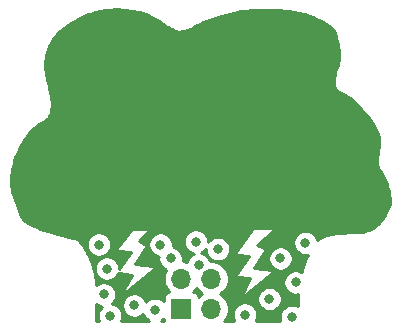
<source format=gtl>
G04 #@! TF.GenerationSoftware,KiCad,Pcbnew,5.1.6-c6e7f7d~87~ubuntu18.04.1*
G04 #@! TF.CreationDate,2020-07-20T19:22:24+02:00*
G04 #@! TF.ProjectId,cloud-demo,636c6f75-642d-4646-956d-6f2e6b696361,rev?*
G04 #@! TF.SameCoordinates,Original*
G04 #@! TF.FileFunction,Copper,L1,Top*
G04 #@! TF.FilePolarity,Positive*
%FSLAX46Y46*%
G04 Gerber Fmt 4.6, Leading zero omitted, Abs format (unit mm)*
G04 Created by KiCad (PCBNEW 5.1.6-c6e7f7d~87~ubuntu18.04.1) date 2020-07-20 19:22:24*
%MOMM*%
%LPD*%
G01*
G04 APERTURE LIST*
G04 #@! TA.AperFunction,ComponentPad*
%ADD10O,1.700000X1.700000*%
G04 #@! TD*
G04 #@! TA.AperFunction,ComponentPad*
%ADD11R,1.700000X1.700000*%
G04 #@! TD*
G04 #@! TA.AperFunction,ViaPad*
%ADD12C,0.800000*%
G04 #@! TD*
G04 #@! TA.AperFunction,NonConductor*
%ADD13C,0.254000*%
G04 #@! TD*
G04 APERTURE END LIST*
D10*
X131970000Y-92210000D03*
X129430000Y-92210000D03*
X131970000Y-94750000D03*
D11*
X129430000Y-94750000D03*
D12*
X139940000Y-89160000D03*
X137830000Y-90490000D03*
X139110000Y-92520000D03*
X134820000Y-95240000D03*
X136900000Y-93920000D03*
X138790000Y-95460000D03*
X130670000Y-89060000D03*
X132530000Y-89700000D03*
X127670000Y-89310000D03*
X122450000Y-89310000D03*
X122880000Y-93530000D03*
X123130000Y-91340000D03*
X125450000Y-94460000D03*
X123410000Y-95350000D03*
X130890000Y-91020000D03*
X127200000Y-94850000D03*
X128530000Y-90490000D03*
D13*
G36*
X122389744Y-94447205D02*
G01*
X122578102Y-94525226D01*
X122739049Y-94557240D01*
X122606063Y-94690226D01*
X122492795Y-94859744D01*
X122414774Y-95048102D01*
X122375000Y-95248061D01*
X122375000Y-95451939D01*
X122414774Y-95651898D01*
X122456186Y-95751874D01*
X122226335Y-95751874D01*
X122216490Y-95580122D01*
X122209685Y-95378501D01*
X122206850Y-95174402D01*
X122207306Y-94967730D01*
X122210350Y-94758476D01*
X122215255Y-94546283D01*
X122221158Y-94334560D01*
X122389744Y-94447205D01*
G37*
X122389744Y-94447205D02*
X122578102Y-94525226D01*
X122739049Y-94557240D01*
X122606063Y-94690226D01*
X122492795Y-94859744D01*
X122414774Y-95048102D01*
X122375000Y-95248061D01*
X122375000Y-95451939D01*
X122414774Y-95651898D01*
X122456186Y-95751874D01*
X122226335Y-95751874D01*
X122216490Y-95580122D01*
X122209685Y-95378501D01*
X122206850Y-95174402D01*
X122207306Y-94967730D01*
X122210350Y-94758476D01*
X122215255Y-94546283D01*
X122221158Y-94334560D01*
X122389744Y-94447205D01*
G36*
X124162743Y-69407816D02*
G01*
X124395157Y-69418570D01*
X124633299Y-69436812D01*
X124877364Y-69462863D01*
X125127439Y-69497033D01*
X125383776Y-69539660D01*
X125646543Y-69591078D01*
X125915892Y-69651621D01*
X126188080Y-69720638D01*
X126430021Y-69791726D01*
X126572235Y-69847250D01*
X126728891Y-69918731D01*
X126891466Y-70002136D01*
X127058315Y-70095745D01*
X127228115Y-70197728D01*
X127399529Y-70306032D01*
X127571730Y-70418759D01*
X127743863Y-70533877D01*
X127914563Y-70648900D01*
X127914674Y-70648960D01*
X127916545Y-70650231D01*
X128083131Y-70761697D01*
X128083528Y-70761910D01*
X128083874Y-70762193D01*
X128092450Y-70767831D01*
X128331371Y-70922500D01*
X128339047Y-70926465D01*
X128345929Y-70931684D01*
X128354709Y-70936997D01*
X128578660Y-71070371D01*
X128596495Y-71078754D01*
X128612956Y-71089572D01*
X128622074Y-71094281D01*
X128829007Y-71199316D01*
X128880497Y-71219403D01*
X128931021Y-71241781D01*
X128947194Y-71245423D01*
X128962644Y-71251450D01*
X129017055Y-71261153D01*
X129070964Y-71273292D01*
X129087540Y-71273723D01*
X129103863Y-71276634D01*
X129159121Y-71275584D01*
X129214362Y-71277021D01*
X129224593Y-71276214D01*
X129449842Y-71256862D01*
X129469532Y-71253209D01*
X129489534Y-71252362D01*
X129499685Y-71250859D01*
X129745140Y-71212752D01*
X129801056Y-71198370D01*
X129857442Y-71186147D01*
X129867190Y-71182937D01*
X130085644Y-71109289D01*
X130150505Y-71080098D01*
X130215389Y-71051026D01*
X130216387Y-71050447D01*
X130216453Y-71050417D01*
X130216519Y-71050370D01*
X130224264Y-71045874D01*
X130407324Y-70937893D01*
X130412218Y-70934320D01*
X130417662Y-70931679D01*
X130426376Y-70926260D01*
X130580631Y-70828838D01*
X130791042Y-70712586D01*
X130984820Y-70619893D01*
X131249043Y-70507341D01*
X131595752Y-70374710D01*
X131798639Y-70302588D01*
X132028868Y-70224441D01*
X132284921Y-70141246D01*
X132568282Y-70052904D01*
X132880433Y-69959314D01*
X133222868Y-69860365D01*
X133591858Y-69757401D01*
X133861688Y-69688672D01*
X134160354Y-69626573D01*
X134493856Y-69570250D01*
X134860232Y-69520896D01*
X135049202Y-69499884D01*
X135246980Y-69480865D01*
X135450153Y-69464304D01*
X135658270Y-69450333D01*
X135870966Y-69439077D01*
X136087540Y-69430674D01*
X136307637Y-69425244D01*
X136530923Y-69422907D01*
X136756615Y-69423783D01*
X136984521Y-69427988D01*
X137214132Y-69435636D01*
X137444829Y-69446832D01*
X137676333Y-69461689D01*
X137908013Y-69480303D01*
X138139522Y-69502780D01*
X138370412Y-69529220D01*
X138600087Y-69559697D01*
X138828160Y-69594309D01*
X139054185Y-69633137D01*
X139277569Y-69676233D01*
X139497999Y-69723692D01*
X139714889Y-69775546D01*
X139927761Y-69831838D01*
X140114164Y-69886191D01*
X140359448Y-69982121D01*
X140609944Y-70084321D01*
X140840128Y-70182699D01*
X141050777Y-70277435D01*
X141242327Y-70368523D01*
X141410708Y-70453627D01*
X141708457Y-70620226D01*
X141937050Y-70769883D01*
X142107750Y-70904160D01*
X142230322Y-71023348D01*
X142317237Y-71130903D01*
X142381680Y-71235179D01*
X142434101Y-71348339D01*
X142480475Y-71482358D01*
X142523830Y-71645399D01*
X142566935Y-71841131D01*
X142613143Y-72066688D01*
X142613191Y-72066845D01*
X142614603Y-72073644D01*
X142667774Y-72321000D01*
X142669468Y-72326299D01*
X142670183Y-72331806D01*
X142672560Y-72341789D01*
X142729504Y-72573720D01*
X142765109Y-72817297D01*
X142782285Y-73052884D01*
X142782767Y-73274428D01*
X142769149Y-73484294D01*
X142743692Y-73684807D01*
X142708437Y-73878038D01*
X142665308Y-74065934D01*
X142616227Y-74250392D01*
X142563102Y-74433771D01*
X142483560Y-74702535D01*
X142482482Y-74708138D01*
X142480423Y-74713447D01*
X142477731Y-74723350D01*
X142411674Y-74973341D01*
X142407690Y-74997935D01*
X142400605Y-75021816D01*
X142398731Y-75031905D01*
X142357312Y-75263852D01*
X142353425Y-75312975D01*
X142346532Y-75361775D01*
X142346167Y-75372031D01*
X142339969Y-75588592D01*
X142344133Y-75648738D01*
X142346413Y-75708963D01*
X142347871Y-75719122D01*
X142368533Y-75856261D01*
X142368591Y-75856493D01*
X142368604Y-75856731D01*
X142386101Y-75925853D01*
X142403644Y-75995344D01*
X142403746Y-75995558D01*
X142403805Y-75995793D01*
X142434537Y-76060499D01*
X142465101Y-76124960D01*
X142465245Y-76125154D01*
X142465346Y-76125367D01*
X142507385Y-76181962D01*
X142550563Y-76240169D01*
X142550743Y-76240332D01*
X142550883Y-76240521D01*
X142603490Y-76288213D01*
X142656776Y-76336584D01*
X142656980Y-76336707D01*
X142657158Y-76336868D01*
X142717787Y-76373290D01*
X142779692Y-76410534D01*
X142779922Y-76410617D01*
X142780122Y-76410737D01*
X142789423Y-76415074D01*
X143081223Y-76548639D01*
X143322473Y-76675157D01*
X143534162Y-76801994D01*
X143720842Y-76929264D01*
X143887191Y-77057536D01*
X144037877Y-77187845D01*
X144177365Y-77321561D01*
X144309783Y-77460133D01*
X144438933Y-77604873D01*
X144568400Y-77756750D01*
X144700736Y-77915149D01*
X144700830Y-77915241D01*
X144702299Y-77917013D01*
X144837835Y-78078154D01*
X144838474Y-78078778D01*
X144838981Y-78079513D01*
X144845660Y-78087305D01*
X144985363Y-78247982D01*
X144989285Y-78251690D01*
X144992467Y-78256031D01*
X144999365Y-78263629D01*
X145146570Y-78423473D01*
X145153523Y-78429681D01*
X145159326Y-78436978D01*
X145166518Y-78444299D01*
X145324556Y-78602940D01*
X145334197Y-78610890D01*
X145342431Y-78620285D01*
X145349965Y-78627254D01*
X145443149Y-78712245D01*
X145528969Y-78854659D01*
X145650328Y-79067040D01*
X145756804Y-79264906D01*
X145849213Y-79448751D01*
X145925676Y-79613219D01*
X146049954Y-79920519D01*
X146130272Y-80174880D01*
X146177081Y-80387953D01*
X146198608Y-80568600D01*
X146201701Y-80728389D01*
X146190716Y-80880447D01*
X146168021Y-81035476D01*
X146114345Y-81305569D01*
X146114328Y-81305744D01*
X146113520Y-81309784D01*
X146057697Y-81599529D01*
X146056145Y-81616247D01*
X146052113Y-81632544D01*
X146050703Y-81642709D01*
X146024063Y-81845203D01*
X146023280Y-81868874D01*
X146019409Y-81892230D01*
X146018798Y-81902474D01*
X146007440Y-82118452D01*
X146008774Y-82147935D01*
X146006707Y-82177372D01*
X146007062Y-82187628D01*
X146016831Y-82422248D01*
X146019908Y-82444186D01*
X146019997Y-82466334D01*
X146021111Y-82476535D01*
X146035747Y-82602448D01*
X146039983Y-82621988D01*
X146041426Y-82641930D01*
X146055147Y-82691947D01*
X146066135Y-82742639D01*
X146074086Y-82760987D01*
X146079375Y-82780266D01*
X146102546Y-82826659D01*
X146123174Y-82874259D01*
X146134538Y-82890713D01*
X146143470Y-82908597D01*
X146148990Y-82917249D01*
X146273578Y-83109537D01*
X146384260Y-83293051D01*
X146487186Y-83477383D01*
X146582274Y-83662493D01*
X146669532Y-83848516D01*
X146748904Y-84035464D01*
X146820375Y-84223456D01*
X146883915Y-84412598D01*
X146939480Y-84602983D01*
X146987048Y-84794822D01*
X147026555Y-84988248D01*
X147057937Y-85183459D01*
X147081105Y-85380672D01*
X147095951Y-85580095D01*
X147102342Y-85781932D01*
X147101458Y-85863421D01*
X147080227Y-85916057D01*
X146935417Y-86249139D01*
X146792525Y-86544633D01*
X146650455Y-86806797D01*
X146509303Y-87037451D01*
X146369209Y-87238592D01*
X146230105Y-87412672D01*
X146091642Y-87562469D01*
X145952930Y-87691115D01*
X145812469Y-87801828D01*
X145668165Y-87897645D01*
X145517483Y-87981174D01*
X145357774Y-88054424D01*
X145186612Y-88118811D01*
X145002033Y-88175307D01*
X144798841Y-88225588D01*
X144749921Y-88235875D01*
X144568729Y-88243430D01*
X144321491Y-88252612D01*
X144321487Y-88252613D01*
X144069970Y-88261770D01*
X144069853Y-88261786D01*
X144067808Y-88261852D01*
X143814359Y-88271827D01*
X143814181Y-88271852D01*
X143809503Y-88272034D01*
X143556464Y-88283669D01*
X143556322Y-88283690D01*
X143548797Y-88284061D01*
X143297968Y-88298221D01*
X143297742Y-88298256D01*
X143297520Y-88298247D01*
X143287279Y-88298903D01*
X143040463Y-88316448D01*
X143038545Y-88316775D01*
X143036606Y-88316733D01*
X143026380Y-88317585D01*
X142785378Y-88339380D01*
X142781524Y-88340113D01*
X142777603Y-88340125D01*
X142767400Y-88341229D01*
X142534016Y-88368135D01*
X142527870Y-88369461D01*
X142521597Y-88369675D01*
X142511434Y-88371094D01*
X142287470Y-88403974D01*
X142278577Y-88406183D01*
X142269445Y-88406850D01*
X142259344Y-88408662D01*
X142046600Y-88448379D01*
X142034355Y-88451931D01*
X142021705Y-88453474D01*
X142011704Y-88455774D01*
X141811985Y-88503192D01*
X141789400Y-88510949D01*
X141766003Y-88515697D01*
X141756214Y-88518777D01*
X141484996Y-88606227D01*
X141445905Y-88623201D01*
X141405594Y-88637013D01*
X141396287Y-88641336D01*
X141164509Y-88750963D01*
X141122083Y-88776368D01*
X141078193Y-88799143D01*
X141069628Y-88804796D01*
X140941677Y-88890533D01*
X140935226Y-88858102D01*
X140857205Y-88669744D01*
X140743937Y-88500226D01*
X140599774Y-88356063D01*
X140430256Y-88242795D01*
X140241898Y-88164774D01*
X140041939Y-88125000D01*
X139838061Y-88125000D01*
X139638102Y-88164774D01*
X139449744Y-88242795D01*
X139280226Y-88356063D01*
X139136063Y-88500226D01*
X139022795Y-88669744D01*
X138944774Y-88858102D01*
X138905000Y-89058061D01*
X138905000Y-89261939D01*
X138944774Y-89461898D01*
X139022795Y-89650256D01*
X139136063Y-89819774D01*
X139280226Y-89963937D01*
X139449744Y-90077205D01*
X139638102Y-90155226D01*
X139838061Y-90195000D01*
X140041939Y-90195000D01*
X140142631Y-90174971D01*
X140136360Y-90187903D01*
X140133919Y-90194511D01*
X140130355Y-90200592D01*
X140126119Y-90209939D01*
X140019424Y-90449845D01*
X140017179Y-90456602D01*
X140013790Y-90462852D01*
X140009867Y-90472335D01*
X139914279Y-90708076D01*
X139912267Y-90714880D01*
X139909096Y-90721221D01*
X139905490Y-90730828D01*
X139820331Y-90962657D01*
X139818578Y-90969401D01*
X139815670Y-90975727D01*
X139812381Y-90985448D01*
X139736971Y-91213622D01*
X139735493Y-91220185D01*
X139732884Y-91226379D01*
X139729910Y-91236201D01*
X139663567Y-91460974D01*
X139662367Y-91467237D01*
X139660078Y-91473184D01*
X139657413Y-91483094D01*
X139622266Y-91617502D01*
X139600256Y-91602795D01*
X139411898Y-91524774D01*
X139211939Y-91485000D01*
X139008061Y-91485000D01*
X138808102Y-91524774D01*
X138619744Y-91602795D01*
X138450226Y-91716063D01*
X138306063Y-91860226D01*
X138192795Y-92029744D01*
X138114774Y-92218102D01*
X138075000Y-92418061D01*
X138075000Y-92621939D01*
X138114774Y-92821898D01*
X138192795Y-93010256D01*
X138306063Y-93179774D01*
X138450226Y-93323937D01*
X138619744Y-93437205D01*
X138808102Y-93515226D01*
X139008061Y-93555000D01*
X139211939Y-93555000D01*
X139334014Y-93530718D01*
X139333763Y-93534260D01*
X139320697Y-93739055D01*
X139320704Y-93739247D01*
X139320365Y-93744598D01*
X139308885Y-93948798D01*
X139308891Y-93948953D01*
X139308713Y-93951985D01*
X139298140Y-94155845D01*
X139298142Y-94155886D01*
X139298098Y-94156645D01*
X139287815Y-94359197D01*
X139278139Y-94541918D01*
X139091898Y-94464774D01*
X138891939Y-94425000D01*
X138688061Y-94425000D01*
X138488102Y-94464774D01*
X138299744Y-94542795D01*
X138130226Y-94656063D01*
X137986063Y-94800226D01*
X137872795Y-94969744D01*
X137794774Y-95158102D01*
X137755000Y-95358061D01*
X137755000Y-95561939D01*
X137792780Y-95751874D01*
X135722760Y-95751874D01*
X135737205Y-95730256D01*
X135815226Y-95541898D01*
X135855000Y-95341939D01*
X135855000Y-95138061D01*
X135815226Y-94938102D01*
X135737205Y-94749744D01*
X135623937Y-94580226D01*
X135479774Y-94436063D01*
X135310256Y-94322795D01*
X135121898Y-94244774D01*
X134921939Y-94205000D01*
X134718061Y-94205000D01*
X134518102Y-94244774D01*
X134329744Y-94322795D01*
X134160226Y-94436063D01*
X134016063Y-94580226D01*
X133902795Y-94749744D01*
X133824774Y-94938102D01*
X133785000Y-95138061D01*
X133785000Y-95341939D01*
X133824774Y-95541898D01*
X133902795Y-95730256D01*
X133917240Y-95751874D01*
X133068233Y-95751874D01*
X133123475Y-95696632D01*
X133285990Y-95453411D01*
X133397932Y-95183158D01*
X133455000Y-94896260D01*
X133455000Y-94603740D01*
X133397932Y-94316842D01*
X133285990Y-94046589D01*
X133133293Y-93818061D01*
X135865000Y-93818061D01*
X135865000Y-94021939D01*
X135904774Y-94221898D01*
X135982795Y-94410256D01*
X136096063Y-94579774D01*
X136240226Y-94723937D01*
X136409744Y-94837205D01*
X136598102Y-94915226D01*
X136798061Y-94955000D01*
X137001939Y-94955000D01*
X137201898Y-94915226D01*
X137390256Y-94837205D01*
X137559774Y-94723937D01*
X137703937Y-94579774D01*
X137817205Y-94410256D01*
X137895226Y-94221898D01*
X137935000Y-94021939D01*
X137935000Y-93818061D01*
X137895226Y-93618102D01*
X137817205Y-93429744D01*
X137703937Y-93260226D01*
X137559774Y-93116063D01*
X137390256Y-93002795D01*
X137201898Y-92924774D01*
X137001939Y-92885000D01*
X136798061Y-92885000D01*
X136598102Y-92924774D01*
X136409744Y-93002795D01*
X136240226Y-93116063D01*
X136096063Y-93260226D01*
X135982795Y-93429744D01*
X135904774Y-93618102D01*
X135865000Y-93818061D01*
X133133293Y-93818061D01*
X133123475Y-93803368D01*
X132916632Y-93596525D01*
X132742240Y-93480000D01*
X132916632Y-93363475D01*
X133123475Y-93156632D01*
X133285990Y-92913411D01*
X133397932Y-92643158D01*
X133455000Y-92356260D01*
X133455000Y-92063740D01*
X133397932Y-91776842D01*
X133285990Y-91506589D01*
X133123475Y-91263368D01*
X132916632Y-91056525D01*
X132673411Y-90894010D01*
X132403158Y-90782068D01*
X132116260Y-90725000D01*
X131886598Y-90725000D01*
X131885226Y-90718102D01*
X131807205Y-90529744D01*
X131693937Y-90360226D01*
X131549774Y-90216063D01*
X131380256Y-90102795D01*
X131191898Y-90024774D01*
X131092937Y-90005090D01*
X131160256Y-89977205D01*
X131329774Y-89863937D01*
X131473937Y-89719774D01*
X131495000Y-89688251D01*
X131495000Y-89801939D01*
X131534774Y-90001898D01*
X131612795Y-90190256D01*
X131726063Y-90359774D01*
X131870226Y-90503937D01*
X132039744Y-90617205D01*
X132228102Y-90695226D01*
X132428061Y-90735000D01*
X132631939Y-90735000D01*
X132831898Y-90695226D01*
X133020256Y-90617205D01*
X133189774Y-90503937D01*
X133333937Y-90359774D01*
X133447205Y-90190256D01*
X133513076Y-90031229D01*
X134003303Y-90031229D01*
X134004027Y-90056115D01*
X134009591Y-90080381D01*
X134019782Y-90103096D01*
X134034210Y-90123386D01*
X134052318Y-90140471D01*
X134073412Y-90153696D01*
X134096680Y-90162551D01*
X134121229Y-90166697D01*
X135199762Y-90241365D01*
X134085229Y-91868223D01*
X134078086Y-91879965D01*
X134068524Y-91902952D01*
X134063630Y-91927363D01*
X134063593Y-91952259D01*
X134068414Y-91976685D01*
X134077907Y-91999700D01*
X134091707Y-92020421D01*
X134109285Y-92038052D01*
X134129965Y-92051914D01*
X134152952Y-92061476D01*
X134177363Y-92066370D01*
X135290079Y-92177642D01*
X134637546Y-93420982D01*
X134628602Y-93442695D01*
X134623657Y-93467096D01*
X134623567Y-93491992D01*
X134628336Y-93516427D01*
X134637781Y-93539463D01*
X134651537Y-93560213D01*
X134669078Y-93577881D01*
X134689729Y-93591787D01*
X134712695Y-93601398D01*
X134737096Y-93606343D01*
X134761992Y-93606433D01*
X134786427Y-93601664D01*
X134809463Y-93592219D01*
X134830213Y-93578463D01*
X137150213Y-91688463D01*
X137166629Y-91672412D01*
X137180850Y-91651977D01*
X137190812Y-91629160D01*
X137196130Y-91604839D01*
X137196601Y-91579947D01*
X137192208Y-91555441D01*
X137183117Y-91532264D01*
X137169680Y-91511305D01*
X137152412Y-91493371D01*
X137131977Y-91479150D01*
X137109160Y-91469188D01*
X137084839Y-91463870D01*
X135584437Y-91287352D01*
X136149235Y-90388061D01*
X136795000Y-90388061D01*
X136795000Y-90591939D01*
X136834774Y-90791898D01*
X136912795Y-90980256D01*
X137026063Y-91149774D01*
X137170226Y-91293937D01*
X137339744Y-91407205D01*
X137528102Y-91485226D01*
X137728061Y-91525000D01*
X137931939Y-91525000D01*
X138131898Y-91485226D01*
X138320256Y-91407205D01*
X138489774Y-91293937D01*
X138633937Y-91149774D01*
X138747205Y-90980256D01*
X138825226Y-90791898D01*
X138865000Y-90591939D01*
X138865000Y-90388061D01*
X138825226Y-90188102D01*
X138747205Y-89999744D01*
X138633937Y-89830226D01*
X138489774Y-89686063D01*
X138320256Y-89572795D01*
X138131898Y-89494774D01*
X137931939Y-89455000D01*
X137728061Y-89455000D01*
X137528102Y-89494774D01*
X137339744Y-89572795D01*
X137170226Y-89686063D01*
X137026063Y-89830226D01*
X136912795Y-89999744D01*
X136834774Y-90188102D01*
X136795000Y-90388061D01*
X136149235Y-90388061D01*
X136507548Y-89817545D01*
X136516420Y-89800747D01*
X136524084Y-89777060D01*
X136526979Y-89752332D01*
X136524994Y-89727515D01*
X136518205Y-89703562D01*
X136506875Y-89681394D01*
X136491437Y-89661862D01*
X136472485Y-89645717D01*
X136450747Y-89633580D01*
X135849623Y-89371551D01*
X137175903Y-88153539D01*
X137193916Y-88133010D01*
X137206163Y-88111334D01*
X137213946Y-88087685D01*
X137216965Y-88062972D01*
X137215106Y-88038146D01*
X137208438Y-88014159D01*
X137197219Y-87991933D01*
X137181880Y-87972324D01*
X137163010Y-87956084D01*
X137141334Y-87943837D01*
X137117685Y-87936054D01*
X137092972Y-87933035D01*
X135597972Y-87898035D01*
X135575174Y-87899557D01*
X135551082Y-87905835D01*
X135528678Y-87916693D01*
X135508823Y-87931713D01*
X135492279Y-87950317D01*
X134027279Y-89965317D01*
X134016304Y-89983412D01*
X134007449Y-90006680D01*
X134003303Y-90031229D01*
X133513076Y-90031229D01*
X133525226Y-90001898D01*
X133565000Y-89801939D01*
X133565000Y-89598061D01*
X133525226Y-89398102D01*
X133447205Y-89209744D01*
X133333937Y-89040226D01*
X133189774Y-88896063D01*
X133020256Y-88782795D01*
X132831898Y-88704774D01*
X132631939Y-88665000D01*
X132428061Y-88665000D01*
X132228102Y-88704774D01*
X132039744Y-88782795D01*
X131870226Y-88896063D01*
X131726063Y-89040226D01*
X131705000Y-89071749D01*
X131705000Y-88958061D01*
X131665226Y-88758102D01*
X131587205Y-88569744D01*
X131473937Y-88400226D01*
X131329774Y-88256063D01*
X131160256Y-88142795D01*
X130971898Y-88064774D01*
X130771939Y-88025000D01*
X130568061Y-88025000D01*
X130368102Y-88064774D01*
X130179744Y-88142795D01*
X130010226Y-88256063D01*
X129866063Y-88400226D01*
X129752795Y-88569744D01*
X129674774Y-88758102D01*
X129635000Y-88958061D01*
X129635000Y-89161939D01*
X129674774Y-89361898D01*
X129752795Y-89550256D01*
X129866063Y-89719774D01*
X130010226Y-89863937D01*
X130179744Y-89977205D01*
X130368102Y-90055226D01*
X130467063Y-90074910D01*
X130399744Y-90102795D01*
X130230226Y-90216063D01*
X130086063Y-90360226D01*
X129972795Y-90529744D01*
X129894774Y-90718102D01*
X129880612Y-90789298D01*
X129863158Y-90782068D01*
X129576260Y-90725000D01*
X129538533Y-90725000D01*
X129565000Y-90591939D01*
X129565000Y-90388061D01*
X129525226Y-90188102D01*
X129447205Y-89999744D01*
X129333937Y-89830226D01*
X129189774Y-89686063D01*
X129020256Y-89572795D01*
X128831898Y-89494774D01*
X128693980Y-89467341D01*
X128705000Y-89411939D01*
X128705000Y-89208061D01*
X128665226Y-89008102D01*
X128587205Y-88819744D01*
X128473937Y-88650226D01*
X128329774Y-88506063D01*
X128160256Y-88392795D01*
X127971898Y-88314774D01*
X127771939Y-88275000D01*
X127568061Y-88275000D01*
X127368102Y-88314774D01*
X127179744Y-88392795D01*
X127010226Y-88506063D01*
X126866063Y-88650226D01*
X126752795Y-88819744D01*
X126674774Y-89008102D01*
X126635000Y-89208061D01*
X126635000Y-89411939D01*
X126674774Y-89611898D01*
X126752795Y-89800256D01*
X126866063Y-89969774D01*
X127010226Y-90113937D01*
X127179744Y-90227205D01*
X127368102Y-90305226D01*
X127506020Y-90332659D01*
X127495000Y-90388061D01*
X127495000Y-90591939D01*
X127534774Y-90791898D01*
X127612795Y-90980256D01*
X127726063Y-91149774D01*
X127870226Y-91293937D01*
X128039744Y-91407205D01*
X128149922Y-91452843D01*
X128114010Y-91506589D01*
X128002068Y-91776842D01*
X127945000Y-92063740D01*
X127945000Y-92356260D01*
X128002068Y-92643158D01*
X128114010Y-92913411D01*
X128276525Y-93156632D01*
X128408380Y-93288487D01*
X128335820Y-93310498D01*
X128225506Y-93369463D01*
X128128815Y-93448815D01*
X128049463Y-93545506D01*
X127990498Y-93655820D01*
X127954188Y-93775518D01*
X127941928Y-93900000D01*
X127941928Y-94128217D01*
X127859774Y-94046063D01*
X127690256Y-93932795D01*
X127501898Y-93854774D01*
X127301939Y-93815000D01*
X127098061Y-93815000D01*
X126898102Y-93854774D01*
X126709744Y-93932795D01*
X126540226Y-94046063D01*
X126440235Y-94146054D01*
X126367205Y-93969744D01*
X126253937Y-93800226D01*
X126109774Y-93656063D01*
X125940256Y-93542795D01*
X125751898Y-93464774D01*
X125551939Y-93425000D01*
X125348061Y-93425000D01*
X125148102Y-93464774D01*
X124959744Y-93542795D01*
X124790226Y-93656063D01*
X124646063Y-93800226D01*
X124532795Y-93969744D01*
X124454774Y-94158102D01*
X124415000Y-94358061D01*
X124415000Y-94561939D01*
X124454774Y-94761898D01*
X124532795Y-94950256D01*
X124646063Y-95119774D01*
X124790226Y-95263937D01*
X124959744Y-95377205D01*
X125148102Y-95455226D01*
X125348061Y-95495000D01*
X125551939Y-95495000D01*
X125751898Y-95455226D01*
X125940256Y-95377205D01*
X126109774Y-95263937D01*
X126209765Y-95163946D01*
X126282795Y-95340256D01*
X126396063Y-95509774D01*
X126540226Y-95653937D01*
X126686799Y-95751874D01*
X124363814Y-95751874D01*
X124405226Y-95651898D01*
X124445000Y-95451939D01*
X124445000Y-95248061D01*
X124405226Y-95048102D01*
X124327205Y-94859744D01*
X124213937Y-94690226D01*
X124069774Y-94546063D01*
X123900256Y-94432795D01*
X123711898Y-94354774D01*
X123550951Y-94322760D01*
X123683937Y-94189774D01*
X123797205Y-94020256D01*
X123875226Y-93831898D01*
X123915000Y-93631939D01*
X123915000Y-93428061D01*
X123875226Y-93228102D01*
X123797205Y-93039744D01*
X123683937Y-92870226D01*
X123539774Y-92726063D01*
X123370256Y-92612795D01*
X123181898Y-92534774D01*
X122981939Y-92495000D01*
X122778061Y-92495000D01*
X122578102Y-92534774D01*
X122389744Y-92612795D01*
X122220958Y-92725574D01*
X122206648Y-92521500D01*
X122205731Y-92516082D01*
X122205801Y-92510600D01*
X122204860Y-92500381D01*
X122183212Y-92282085D01*
X122181893Y-92275462D01*
X122181762Y-92268710D01*
X122180492Y-92258527D01*
X122151656Y-92039853D01*
X122149853Y-92032112D01*
X122149417Y-92024181D01*
X122147786Y-92014049D01*
X122110940Y-91794953D01*
X122108574Y-91786213D01*
X122107730Y-91777203D01*
X122105710Y-91767141D01*
X122060032Y-91547582D01*
X122057035Y-91537990D01*
X122055687Y-91528038D01*
X122053255Y-91518068D01*
X121997924Y-91297999D01*
X121994242Y-91287724D01*
X121992308Y-91276983D01*
X121989443Y-91267128D01*
X121980773Y-91238061D01*
X122095000Y-91238061D01*
X122095000Y-91441939D01*
X122134774Y-91641898D01*
X122212795Y-91830256D01*
X122326063Y-91999774D01*
X122470226Y-92143937D01*
X122639744Y-92257205D01*
X122828102Y-92335226D01*
X123028061Y-92375000D01*
X123231939Y-92375000D01*
X123431898Y-92335226D01*
X123620256Y-92257205D01*
X123789774Y-92143937D01*
X123933937Y-91999774D01*
X124047205Y-91830256D01*
X124090553Y-91725605D01*
X124099965Y-91731914D01*
X124122952Y-91741476D01*
X124147363Y-91746370D01*
X125260079Y-91857642D01*
X124607546Y-93100982D01*
X124598602Y-93122695D01*
X124593657Y-93147096D01*
X124593567Y-93171992D01*
X124598336Y-93196427D01*
X124607781Y-93219463D01*
X124621537Y-93240213D01*
X124639078Y-93257881D01*
X124659729Y-93271787D01*
X124682695Y-93281398D01*
X124707096Y-93286343D01*
X124731992Y-93286433D01*
X124756427Y-93281664D01*
X124779463Y-93272219D01*
X124800213Y-93258463D01*
X127120213Y-91368463D01*
X127136629Y-91352412D01*
X127150850Y-91331977D01*
X127160812Y-91309160D01*
X127166130Y-91284839D01*
X127166601Y-91259947D01*
X127162208Y-91235441D01*
X127153117Y-91212264D01*
X127139680Y-91191305D01*
X127122412Y-91173371D01*
X127101977Y-91159150D01*
X127079160Y-91149188D01*
X127054839Y-91143870D01*
X125554437Y-90967352D01*
X126477548Y-89497545D01*
X126486420Y-89480747D01*
X126494084Y-89457060D01*
X126496979Y-89432332D01*
X126494994Y-89407515D01*
X126488205Y-89383562D01*
X126476875Y-89361394D01*
X126461437Y-89341862D01*
X126442485Y-89325717D01*
X126420747Y-89313580D01*
X125810656Y-89047643D01*
X126680248Y-88169355D01*
X126697259Y-88148004D01*
X126708465Y-88125772D01*
X126715118Y-88101781D01*
X126716963Y-88076953D01*
X126713929Y-88052242D01*
X126706133Y-88028598D01*
X126693873Y-88006929D01*
X126677622Y-87988069D01*
X126658004Y-87972741D01*
X126635772Y-87961535D01*
X126611781Y-87954882D01*
X126586953Y-87953037D01*
X125336953Y-87983037D01*
X125323649Y-87984057D01*
X125299393Y-87989667D01*
X125276698Y-87999901D01*
X125256435Y-88014366D01*
X125239383Y-88032506D01*
X123999383Y-89642506D01*
X123986304Y-89663412D01*
X123977449Y-89686680D01*
X123973303Y-89711229D01*
X123974027Y-89736115D01*
X123979591Y-89760381D01*
X123989782Y-89783096D01*
X124004210Y-89803386D01*
X124022318Y-89820471D01*
X124043412Y-89833696D01*
X124066680Y-89842551D01*
X124091229Y-89846697D01*
X125169762Y-89921365D01*
X124165000Y-91387993D01*
X124165000Y-91238061D01*
X124125226Y-91038102D01*
X124047205Y-90849744D01*
X123933937Y-90680226D01*
X123789774Y-90536063D01*
X123620256Y-90422795D01*
X123431898Y-90344774D01*
X123231939Y-90305000D01*
X123028061Y-90305000D01*
X122828102Y-90344774D01*
X122639744Y-90422795D01*
X122470226Y-90536063D01*
X122326063Y-90680226D01*
X122212795Y-90849744D01*
X122134774Y-91038102D01*
X122095000Y-91238061D01*
X121980773Y-91238061D01*
X121923636Y-91046509D01*
X121919239Y-91035740D01*
X121916659Y-91024398D01*
X121913350Y-91014684D01*
X121836244Y-90793469D01*
X121831130Y-90782409D01*
X121827874Y-90770677D01*
X121824112Y-90761129D01*
X121734887Y-90539277D01*
X121729086Y-90528138D01*
X121725153Y-90516218D01*
X121720937Y-90506861D01*
X121618769Y-90284327D01*
X121612344Y-90273314D01*
X121607767Y-90261417D01*
X121603101Y-90252277D01*
X121487169Y-90029019D01*
X121480210Y-90018320D01*
X121475054Y-90006644D01*
X121469950Y-89997741D01*
X121339433Y-89773715D01*
X121332048Y-89763485D01*
X121326407Y-89752213D01*
X121320881Y-89743566D01*
X121174954Y-89518729D01*
X121167279Y-89509110D01*
X121161261Y-89498384D01*
X121155331Y-89490008D01*
X120993174Y-89264316D01*
X120985343Y-89255401D01*
X120979065Y-89245331D01*
X120972756Y-89237238D01*
X120949680Y-89208061D01*
X121415000Y-89208061D01*
X121415000Y-89411939D01*
X121454774Y-89611898D01*
X121532795Y-89800256D01*
X121646063Y-89969774D01*
X121790226Y-90113937D01*
X121959744Y-90227205D01*
X122148102Y-90305226D01*
X122348061Y-90345000D01*
X122551939Y-90345000D01*
X122751898Y-90305226D01*
X122940256Y-90227205D01*
X123109774Y-90113937D01*
X123253937Y-89969774D01*
X123367205Y-89800256D01*
X123445226Y-89611898D01*
X123485000Y-89411939D01*
X123485000Y-89208061D01*
X123445226Y-89008102D01*
X123367205Y-88819744D01*
X123253937Y-88650226D01*
X123109774Y-88506063D01*
X122940256Y-88392795D01*
X122751898Y-88314774D01*
X122551939Y-88275000D01*
X122348061Y-88275000D01*
X122148102Y-88314774D01*
X121959744Y-88392795D01*
X121790226Y-88506063D01*
X121646063Y-88650226D01*
X121532795Y-88819744D01*
X121454774Y-89008102D01*
X121415000Y-89208061D01*
X120949680Y-89208061D01*
X120793546Y-89010650D01*
X120773306Y-88989648D01*
X120755635Y-88966436D01*
X120723647Y-88938118D01*
X120694006Y-88907360D01*
X120670071Y-88890688D01*
X120648228Y-88871351D01*
X120611350Y-88849786D01*
X120576299Y-88825371D01*
X120549582Y-88813666D01*
X120524400Y-88798940D01*
X120484037Y-88784949D01*
X120444909Y-88767806D01*
X120416425Y-88761512D01*
X120388864Y-88751959D01*
X120378870Y-88749630D01*
X119842185Y-88628507D01*
X119351787Y-88511103D01*
X118902090Y-88396363D01*
X118491554Y-88284173D01*
X118118639Y-88174444D01*
X117781784Y-88067121D01*
X117479617Y-87962264D01*
X117210579Y-87859939D01*
X116973256Y-87760357D01*
X116766095Y-87663794D01*
X116587431Y-87570616D01*
X116445158Y-87486980D01*
X116204245Y-87315257D01*
X116046604Y-87165913D01*
X115937563Y-87024963D01*
X115853211Y-86874285D01*
X115778621Y-86693790D01*
X115704970Y-86470586D01*
X115625348Y-86208564D01*
X115624288Y-86206004D01*
X115623726Y-86203300D01*
X115620601Y-86193525D01*
X115527033Y-85907796D01*
X115520536Y-85893017D01*
X115516348Y-85877434D01*
X115512664Y-85867855D01*
X115393632Y-85564767D01*
X115382112Y-85542198D01*
X115373537Y-85518360D01*
X115369073Y-85509119D01*
X115234506Y-85235456D01*
X115173432Y-85044364D01*
X115116476Y-84818850D01*
X115072744Y-84588603D01*
X115041988Y-84354028D01*
X115023976Y-84115672D01*
X115018465Y-83874046D01*
X115025202Y-83629781D01*
X115043904Y-83383612D01*
X115074269Y-83136164D01*
X115115955Y-82888237D01*
X115168594Y-82640569D01*
X115231793Y-82393917D01*
X115305134Y-82149037D01*
X115388154Y-81906751D01*
X115480378Y-81667831D01*
X115581320Y-81433023D01*
X115690448Y-81203130D01*
X115807208Y-80978937D01*
X115931058Y-80761171D01*
X116061384Y-80550630D01*
X116197604Y-80348023D01*
X116339027Y-80154166D01*
X116485000Y-79969766D01*
X116634801Y-79795564D01*
X116787688Y-79632258D01*
X116942867Y-79480533D01*
X117099511Y-79341027D01*
X117256699Y-79214366D01*
X117413531Y-79101053D01*
X117568985Y-79001557D01*
X117722053Y-78916193D01*
X117895248Y-78833961D01*
X117943625Y-78804895D01*
X117993178Y-78777873D01*
X118005008Y-78768015D01*
X118018208Y-78760084D01*
X118060025Y-78722169D01*
X118103378Y-78686042D01*
X118113067Y-78674076D01*
X118124477Y-78663730D01*
X118158136Y-78618411D01*
X118193644Y-78574556D01*
X118200823Y-78560938D01*
X118210007Y-78548572D01*
X118234225Y-78497573D01*
X118260536Y-78447660D01*
X118264347Y-78438132D01*
X118384745Y-78130843D01*
X118390019Y-78112200D01*
X118397890Y-78094507D01*
X118409500Y-78043334D01*
X118423792Y-77992813D01*
X118425344Y-77973500D01*
X118429629Y-77954615D01*
X118430842Y-77944425D01*
X118469498Y-77598877D01*
X118470325Y-77538322D01*
X118473002Y-77477852D01*
X118472382Y-77467608D01*
X118446617Y-77086333D01*
X118442200Y-77059842D01*
X118441055Y-77033024D01*
X118439548Y-77022873D01*
X118407921Y-76819630D01*
X118405670Y-76810892D01*
X118404939Y-76801897D01*
X118403043Y-76791812D01*
X118361806Y-76580586D01*
X118360529Y-76576315D01*
X118360053Y-76571889D01*
X118357896Y-76561856D01*
X118309215Y-76342965D01*
X118309061Y-76342495D01*
X118309001Y-76342007D01*
X118306690Y-76332008D01*
X118252730Y-76105769D01*
X118252672Y-76105599D01*
X118251726Y-76101614D01*
X118194909Y-75869389D01*
X118138026Y-75634116D01*
X118083578Y-75397960D01*
X118033456Y-75161093D01*
X117989420Y-74923582D01*
X117953191Y-74685743D01*
X117926383Y-74447818D01*
X117910527Y-74210015D01*
X117907077Y-73972394D01*
X117917455Y-73734901D01*
X117943104Y-73497144D01*
X117985570Y-73258596D01*
X118046596Y-73018447D01*
X118128206Y-72775717D01*
X118232722Y-72529459D01*
X118362806Y-72278734D01*
X118521326Y-72022898D01*
X118711339Y-71761515D01*
X118935909Y-71494518D01*
X119198045Y-71222103D01*
X119500647Y-70944694D01*
X119820529Y-70684005D01*
X120087606Y-70524158D01*
X120400324Y-70348758D01*
X120721121Y-70182736D01*
X121054795Y-70026133D01*
X121219986Y-69954975D01*
X121391228Y-69885825D01*
X121565309Y-69820348D01*
X121742346Y-69758774D01*
X121922482Y-69701330D01*
X122105902Y-69648227D01*
X122292782Y-69599687D01*
X122483323Y-69555933D01*
X122677675Y-69517207D01*
X122876054Y-69483742D01*
X123078707Y-69455778D01*
X123285742Y-69433582D01*
X123497504Y-69417405D01*
X123714074Y-69407529D01*
X123935746Y-69404235D01*
X124162743Y-69407816D01*
G37*
X124162743Y-69407816D02*
X124395157Y-69418570D01*
X124633299Y-69436812D01*
X124877364Y-69462863D01*
X125127439Y-69497033D01*
X125383776Y-69539660D01*
X125646543Y-69591078D01*
X125915892Y-69651621D01*
X126188080Y-69720638D01*
X126430021Y-69791726D01*
X126572235Y-69847250D01*
X126728891Y-69918731D01*
X126891466Y-70002136D01*
X127058315Y-70095745D01*
X127228115Y-70197728D01*
X127399529Y-70306032D01*
X127571730Y-70418759D01*
X127743863Y-70533877D01*
X127914563Y-70648900D01*
X127914674Y-70648960D01*
X127916545Y-70650231D01*
X128083131Y-70761697D01*
X128083528Y-70761910D01*
X128083874Y-70762193D01*
X128092450Y-70767831D01*
X128331371Y-70922500D01*
X128339047Y-70926465D01*
X128345929Y-70931684D01*
X128354709Y-70936997D01*
X128578660Y-71070371D01*
X128596495Y-71078754D01*
X128612956Y-71089572D01*
X128622074Y-71094281D01*
X128829007Y-71199316D01*
X128880497Y-71219403D01*
X128931021Y-71241781D01*
X128947194Y-71245423D01*
X128962644Y-71251450D01*
X129017055Y-71261153D01*
X129070964Y-71273292D01*
X129087540Y-71273723D01*
X129103863Y-71276634D01*
X129159121Y-71275584D01*
X129214362Y-71277021D01*
X129224593Y-71276214D01*
X129449842Y-71256862D01*
X129469532Y-71253209D01*
X129489534Y-71252362D01*
X129499685Y-71250859D01*
X129745140Y-71212752D01*
X129801056Y-71198370D01*
X129857442Y-71186147D01*
X129867190Y-71182937D01*
X130085644Y-71109289D01*
X130150505Y-71080098D01*
X130215389Y-71051026D01*
X130216387Y-71050447D01*
X130216453Y-71050417D01*
X130216519Y-71050370D01*
X130224264Y-71045874D01*
X130407324Y-70937893D01*
X130412218Y-70934320D01*
X130417662Y-70931679D01*
X130426376Y-70926260D01*
X130580631Y-70828838D01*
X130791042Y-70712586D01*
X130984820Y-70619893D01*
X131249043Y-70507341D01*
X131595752Y-70374710D01*
X131798639Y-70302588D01*
X132028868Y-70224441D01*
X132284921Y-70141246D01*
X132568282Y-70052904D01*
X132880433Y-69959314D01*
X133222868Y-69860365D01*
X133591858Y-69757401D01*
X133861688Y-69688672D01*
X134160354Y-69626573D01*
X134493856Y-69570250D01*
X134860232Y-69520896D01*
X135049202Y-69499884D01*
X135246980Y-69480865D01*
X135450153Y-69464304D01*
X135658270Y-69450333D01*
X135870966Y-69439077D01*
X136087540Y-69430674D01*
X136307637Y-69425244D01*
X136530923Y-69422907D01*
X136756615Y-69423783D01*
X136984521Y-69427988D01*
X137214132Y-69435636D01*
X137444829Y-69446832D01*
X137676333Y-69461689D01*
X137908013Y-69480303D01*
X138139522Y-69502780D01*
X138370412Y-69529220D01*
X138600087Y-69559697D01*
X138828160Y-69594309D01*
X139054185Y-69633137D01*
X139277569Y-69676233D01*
X139497999Y-69723692D01*
X139714889Y-69775546D01*
X139927761Y-69831838D01*
X140114164Y-69886191D01*
X140359448Y-69982121D01*
X140609944Y-70084321D01*
X140840128Y-70182699D01*
X141050777Y-70277435D01*
X141242327Y-70368523D01*
X141410708Y-70453627D01*
X141708457Y-70620226D01*
X141937050Y-70769883D01*
X142107750Y-70904160D01*
X142230322Y-71023348D01*
X142317237Y-71130903D01*
X142381680Y-71235179D01*
X142434101Y-71348339D01*
X142480475Y-71482358D01*
X142523830Y-71645399D01*
X142566935Y-71841131D01*
X142613143Y-72066688D01*
X142613191Y-72066845D01*
X142614603Y-72073644D01*
X142667774Y-72321000D01*
X142669468Y-72326299D01*
X142670183Y-72331806D01*
X142672560Y-72341789D01*
X142729504Y-72573720D01*
X142765109Y-72817297D01*
X142782285Y-73052884D01*
X142782767Y-73274428D01*
X142769149Y-73484294D01*
X142743692Y-73684807D01*
X142708437Y-73878038D01*
X142665308Y-74065934D01*
X142616227Y-74250392D01*
X142563102Y-74433771D01*
X142483560Y-74702535D01*
X142482482Y-74708138D01*
X142480423Y-74713447D01*
X142477731Y-74723350D01*
X142411674Y-74973341D01*
X142407690Y-74997935D01*
X142400605Y-75021816D01*
X142398731Y-75031905D01*
X142357312Y-75263852D01*
X142353425Y-75312975D01*
X142346532Y-75361775D01*
X142346167Y-75372031D01*
X142339969Y-75588592D01*
X142344133Y-75648738D01*
X142346413Y-75708963D01*
X142347871Y-75719122D01*
X142368533Y-75856261D01*
X142368591Y-75856493D01*
X142368604Y-75856731D01*
X142386101Y-75925853D01*
X142403644Y-75995344D01*
X142403746Y-75995558D01*
X142403805Y-75995793D01*
X142434537Y-76060499D01*
X142465101Y-76124960D01*
X142465245Y-76125154D01*
X142465346Y-76125367D01*
X142507385Y-76181962D01*
X142550563Y-76240169D01*
X142550743Y-76240332D01*
X142550883Y-76240521D01*
X142603490Y-76288213D01*
X142656776Y-76336584D01*
X142656980Y-76336707D01*
X142657158Y-76336868D01*
X142717787Y-76373290D01*
X142779692Y-76410534D01*
X142779922Y-76410617D01*
X142780122Y-76410737D01*
X142789423Y-76415074D01*
X143081223Y-76548639D01*
X143322473Y-76675157D01*
X143534162Y-76801994D01*
X143720842Y-76929264D01*
X143887191Y-77057536D01*
X144037877Y-77187845D01*
X144177365Y-77321561D01*
X144309783Y-77460133D01*
X144438933Y-77604873D01*
X144568400Y-77756750D01*
X144700736Y-77915149D01*
X144700830Y-77915241D01*
X144702299Y-77917013D01*
X144837835Y-78078154D01*
X144838474Y-78078778D01*
X144838981Y-78079513D01*
X144845660Y-78087305D01*
X144985363Y-78247982D01*
X144989285Y-78251690D01*
X144992467Y-78256031D01*
X144999365Y-78263629D01*
X145146570Y-78423473D01*
X145153523Y-78429681D01*
X145159326Y-78436978D01*
X145166518Y-78444299D01*
X145324556Y-78602940D01*
X145334197Y-78610890D01*
X145342431Y-78620285D01*
X145349965Y-78627254D01*
X145443149Y-78712245D01*
X145528969Y-78854659D01*
X145650328Y-79067040D01*
X145756804Y-79264906D01*
X145849213Y-79448751D01*
X145925676Y-79613219D01*
X146049954Y-79920519D01*
X146130272Y-80174880D01*
X146177081Y-80387953D01*
X146198608Y-80568600D01*
X146201701Y-80728389D01*
X146190716Y-80880447D01*
X146168021Y-81035476D01*
X146114345Y-81305569D01*
X146114328Y-81305744D01*
X146113520Y-81309784D01*
X146057697Y-81599529D01*
X146056145Y-81616247D01*
X146052113Y-81632544D01*
X146050703Y-81642709D01*
X146024063Y-81845203D01*
X146023280Y-81868874D01*
X146019409Y-81892230D01*
X146018798Y-81902474D01*
X146007440Y-82118452D01*
X146008774Y-82147935D01*
X146006707Y-82177372D01*
X146007062Y-82187628D01*
X146016831Y-82422248D01*
X146019908Y-82444186D01*
X146019997Y-82466334D01*
X146021111Y-82476535D01*
X146035747Y-82602448D01*
X146039983Y-82621988D01*
X146041426Y-82641930D01*
X146055147Y-82691947D01*
X146066135Y-82742639D01*
X146074086Y-82760987D01*
X146079375Y-82780266D01*
X146102546Y-82826659D01*
X146123174Y-82874259D01*
X146134538Y-82890713D01*
X146143470Y-82908597D01*
X146148990Y-82917249D01*
X146273578Y-83109537D01*
X146384260Y-83293051D01*
X146487186Y-83477383D01*
X146582274Y-83662493D01*
X146669532Y-83848516D01*
X146748904Y-84035464D01*
X146820375Y-84223456D01*
X146883915Y-84412598D01*
X146939480Y-84602983D01*
X146987048Y-84794822D01*
X147026555Y-84988248D01*
X147057937Y-85183459D01*
X147081105Y-85380672D01*
X147095951Y-85580095D01*
X147102342Y-85781932D01*
X147101458Y-85863421D01*
X147080227Y-85916057D01*
X146935417Y-86249139D01*
X146792525Y-86544633D01*
X146650455Y-86806797D01*
X146509303Y-87037451D01*
X146369209Y-87238592D01*
X146230105Y-87412672D01*
X146091642Y-87562469D01*
X145952930Y-87691115D01*
X145812469Y-87801828D01*
X145668165Y-87897645D01*
X145517483Y-87981174D01*
X145357774Y-88054424D01*
X145186612Y-88118811D01*
X145002033Y-88175307D01*
X144798841Y-88225588D01*
X144749921Y-88235875D01*
X144568729Y-88243430D01*
X144321491Y-88252612D01*
X144321487Y-88252613D01*
X144069970Y-88261770D01*
X144069853Y-88261786D01*
X144067808Y-88261852D01*
X143814359Y-88271827D01*
X143814181Y-88271852D01*
X143809503Y-88272034D01*
X143556464Y-88283669D01*
X143556322Y-88283690D01*
X143548797Y-88284061D01*
X143297968Y-88298221D01*
X143297742Y-88298256D01*
X143297520Y-88298247D01*
X143287279Y-88298903D01*
X143040463Y-88316448D01*
X143038545Y-88316775D01*
X143036606Y-88316733D01*
X143026380Y-88317585D01*
X142785378Y-88339380D01*
X142781524Y-88340113D01*
X142777603Y-88340125D01*
X142767400Y-88341229D01*
X142534016Y-88368135D01*
X142527870Y-88369461D01*
X142521597Y-88369675D01*
X142511434Y-88371094D01*
X142287470Y-88403974D01*
X142278577Y-88406183D01*
X142269445Y-88406850D01*
X142259344Y-88408662D01*
X142046600Y-88448379D01*
X142034355Y-88451931D01*
X142021705Y-88453474D01*
X142011704Y-88455774D01*
X141811985Y-88503192D01*
X141789400Y-88510949D01*
X141766003Y-88515697D01*
X141756214Y-88518777D01*
X141484996Y-88606227D01*
X141445905Y-88623201D01*
X141405594Y-88637013D01*
X141396287Y-88641336D01*
X141164509Y-88750963D01*
X141122083Y-88776368D01*
X141078193Y-88799143D01*
X141069628Y-88804796D01*
X140941677Y-88890533D01*
X140935226Y-88858102D01*
X140857205Y-88669744D01*
X140743937Y-88500226D01*
X140599774Y-88356063D01*
X140430256Y-88242795D01*
X140241898Y-88164774D01*
X140041939Y-88125000D01*
X139838061Y-88125000D01*
X139638102Y-88164774D01*
X139449744Y-88242795D01*
X139280226Y-88356063D01*
X139136063Y-88500226D01*
X139022795Y-88669744D01*
X138944774Y-88858102D01*
X138905000Y-89058061D01*
X138905000Y-89261939D01*
X138944774Y-89461898D01*
X139022795Y-89650256D01*
X139136063Y-89819774D01*
X139280226Y-89963937D01*
X139449744Y-90077205D01*
X139638102Y-90155226D01*
X139838061Y-90195000D01*
X140041939Y-90195000D01*
X140142631Y-90174971D01*
X140136360Y-90187903D01*
X140133919Y-90194511D01*
X140130355Y-90200592D01*
X140126119Y-90209939D01*
X140019424Y-90449845D01*
X140017179Y-90456602D01*
X140013790Y-90462852D01*
X140009867Y-90472335D01*
X139914279Y-90708076D01*
X139912267Y-90714880D01*
X139909096Y-90721221D01*
X139905490Y-90730828D01*
X139820331Y-90962657D01*
X139818578Y-90969401D01*
X139815670Y-90975727D01*
X139812381Y-90985448D01*
X139736971Y-91213622D01*
X139735493Y-91220185D01*
X139732884Y-91226379D01*
X139729910Y-91236201D01*
X139663567Y-91460974D01*
X139662367Y-91467237D01*
X139660078Y-91473184D01*
X139657413Y-91483094D01*
X139622266Y-91617502D01*
X139600256Y-91602795D01*
X139411898Y-91524774D01*
X139211939Y-91485000D01*
X139008061Y-91485000D01*
X138808102Y-91524774D01*
X138619744Y-91602795D01*
X138450226Y-91716063D01*
X138306063Y-91860226D01*
X138192795Y-92029744D01*
X138114774Y-92218102D01*
X138075000Y-92418061D01*
X138075000Y-92621939D01*
X138114774Y-92821898D01*
X138192795Y-93010256D01*
X138306063Y-93179774D01*
X138450226Y-93323937D01*
X138619744Y-93437205D01*
X138808102Y-93515226D01*
X139008061Y-93555000D01*
X139211939Y-93555000D01*
X139334014Y-93530718D01*
X139333763Y-93534260D01*
X139320697Y-93739055D01*
X139320704Y-93739247D01*
X139320365Y-93744598D01*
X139308885Y-93948798D01*
X139308891Y-93948953D01*
X139308713Y-93951985D01*
X139298140Y-94155845D01*
X139298142Y-94155886D01*
X139298098Y-94156645D01*
X139287815Y-94359197D01*
X139278139Y-94541918D01*
X139091898Y-94464774D01*
X138891939Y-94425000D01*
X138688061Y-94425000D01*
X138488102Y-94464774D01*
X138299744Y-94542795D01*
X138130226Y-94656063D01*
X137986063Y-94800226D01*
X137872795Y-94969744D01*
X137794774Y-95158102D01*
X137755000Y-95358061D01*
X137755000Y-95561939D01*
X137792780Y-95751874D01*
X135722760Y-95751874D01*
X135737205Y-95730256D01*
X135815226Y-95541898D01*
X135855000Y-95341939D01*
X135855000Y-95138061D01*
X135815226Y-94938102D01*
X135737205Y-94749744D01*
X135623937Y-94580226D01*
X135479774Y-94436063D01*
X135310256Y-94322795D01*
X135121898Y-94244774D01*
X134921939Y-94205000D01*
X134718061Y-94205000D01*
X134518102Y-94244774D01*
X134329744Y-94322795D01*
X134160226Y-94436063D01*
X134016063Y-94580226D01*
X133902795Y-94749744D01*
X133824774Y-94938102D01*
X133785000Y-95138061D01*
X133785000Y-95341939D01*
X133824774Y-95541898D01*
X133902795Y-95730256D01*
X133917240Y-95751874D01*
X133068233Y-95751874D01*
X133123475Y-95696632D01*
X133285990Y-95453411D01*
X133397932Y-95183158D01*
X133455000Y-94896260D01*
X133455000Y-94603740D01*
X133397932Y-94316842D01*
X133285990Y-94046589D01*
X133133293Y-93818061D01*
X135865000Y-93818061D01*
X135865000Y-94021939D01*
X135904774Y-94221898D01*
X135982795Y-94410256D01*
X136096063Y-94579774D01*
X136240226Y-94723937D01*
X136409744Y-94837205D01*
X136598102Y-94915226D01*
X136798061Y-94955000D01*
X137001939Y-94955000D01*
X137201898Y-94915226D01*
X137390256Y-94837205D01*
X137559774Y-94723937D01*
X137703937Y-94579774D01*
X137817205Y-94410256D01*
X137895226Y-94221898D01*
X137935000Y-94021939D01*
X137935000Y-93818061D01*
X137895226Y-93618102D01*
X137817205Y-93429744D01*
X137703937Y-93260226D01*
X137559774Y-93116063D01*
X137390256Y-93002795D01*
X137201898Y-92924774D01*
X137001939Y-92885000D01*
X136798061Y-92885000D01*
X136598102Y-92924774D01*
X136409744Y-93002795D01*
X136240226Y-93116063D01*
X136096063Y-93260226D01*
X135982795Y-93429744D01*
X135904774Y-93618102D01*
X135865000Y-93818061D01*
X133133293Y-93818061D01*
X133123475Y-93803368D01*
X132916632Y-93596525D01*
X132742240Y-93480000D01*
X132916632Y-93363475D01*
X133123475Y-93156632D01*
X133285990Y-92913411D01*
X133397932Y-92643158D01*
X133455000Y-92356260D01*
X133455000Y-92063740D01*
X133397932Y-91776842D01*
X133285990Y-91506589D01*
X133123475Y-91263368D01*
X132916632Y-91056525D01*
X132673411Y-90894010D01*
X132403158Y-90782068D01*
X132116260Y-90725000D01*
X131886598Y-90725000D01*
X131885226Y-90718102D01*
X131807205Y-90529744D01*
X131693937Y-90360226D01*
X131549774Y-90216063D01*
X131380256Y-90102795D01*
X131191898Y-90024774D01*
X131092937Y-90005090D01*
X131160256Y-89977205D01*
X131329774Y-89863937D01*
X131473937Y-89719774D01*
X131495000Y-89688251D01*
X131495000Y-89801939D01*
X131534774Y-90001898D01*
X131612795Y-90190256D01*
X131726063Y-90359774D01*
X131870226Y-90503937D01*
X132039744Y-90617205D01*
X132228102Y-90695226D01*
X132428061Y-90735000D01*
X132631939Y-90735000D01*
X132831898Y-90695226D01*
X133020256Y-90617205D01*
X133189774Y-90503937D01*
X133333937Y-90359774D01*
X133447205Y-90190256D01*
X133513076Y-90031229D01*
X134003303Y-90031229D01*
X134004027Y-90056115D01*
X134009591Y-90080381D01*
X134019782Y-90103096D01*
X134034210Y-90123386D01*
X134052318Y-90140471D01*
X134073412Y-90153696D01*
X134096680Y-90162551D01*
X134121229Y-90166697D01*
X135199762Y-90241365D01*
X134085229Y-91868223D01*
X134078086Y-91879965D01*
X134068524Y-91902952D01*
X134063630Y-91927363D01*
X134063593Y-91952259D01*
X134068414Y-91976685D01*
X134077907Y-91999700D01*
X134091707Y-92020421D01*
X134109285Y-92038052D01*
X134129965Y-92051914D01*
X134152952Y-92061476D01*
X134177363Y-92066370D01*
X135290079Y-92177642D01*
X134637546Y-93420982D01*
X134628602Y-93442695D01*
X134623657Y-93467096D01*
X134623567Y-93491992D01*
X134628336Y-93516427D01*
X134637781Y-93539463D01*
X134651537Y-93560213D01*
X134669078Y-93577881D01*
X134689729Y-93591787D01*
X134712695Y-93601398D01*
X134737096Y-93606343D01*
X134761992Y-93606433D01*
X134786427Y-93601664D01*
X134809463Y-93592219D01*
X134830213Y-93578463D01*
X137150213Y-91688463D01*
X137166629Y-91672412D01*
X137180850Y-91651977D01*
X137190812Y-91629160D01*
X137196130Y-91604839D01*
X137196601Y-91579947D01*
X137192208Y-91555441D01*
X137183117Y-91532264D01*
X137169680Y-91511305D01*
X137152412Y-91493371D01*
X137131977Y-91479150D01*
X137109160Y-91469188D01*
X137084839Y-91463870D01*
X135584437Y-91287352D01*
X136149235Y-90388061D01*
X136795000Y-90388061D01*
X136795000Y-90591939D01*
X136834774Y-90791898D01*
X136912795Y-90980256D01*
X137026063Y-91149774D01*
X137170226Y-91293937D01*
X137339744Y-91407205D01*
X137528102Y-91485226D01*
X137728061Y-91525000D01*
X137931939Y-91525000D01*
X138131898Y-91485226D01*
X138320256Y-91407205D01*
X138489774Y-91293937D01*
X138633937Y-91149774D01*
X138747205Y-90980256D01*
X138825226Y-90791898D01*
X138865000Y-90591939D01*
X138865000Y-90388061D01*
X138825226Y-90188102D01*
X138747205Y-89999744D01*
X138633937Y-89830226D01*
X138489774Y-89686063D01*
X138320256Y-89572795D01*
X138131898Y-89494774D01*
X137931939Y-89455000D01*
X137728061Y-89455000D01*
X137528102Y-89494774D01*
X137339744Y-89572795D01*
X137170226Y-89686063D01*
X137026063Y-89830226D01*
X136912795Y-89999744D01*
X136834774Y-90188102D01*
X136795000Y-90388061D01*
X136149235Y-90388061D01*
X136507548Y-89817545D01*
X136516420Y-89800747D01*
X136524084Y-89777060D01*
X136526979Y-89752332D01*
X136524994Y-89727515D01*
X136518205Y-89703562D01*
X136506875Y-89681394D01*
X136491437Y-89661862D01*
X136472485Y-89645717D01*
X136450747Y-89633580D01*
X135849623Y-89371551D01*
X137175903Y-88153539D01*
X137193916Y-88133010D01*
X137206163Y-88111334D01*
X137213946Y-88087685D01*
X137216965Y-88062972D01*
X137215106Y-88038146D01*
X137208438Y-88014159D01*
X137197219Y-87991933D01*
X137181880Y-87972324D01*
X137163010Y-87956084D01*
X137141334Y-87943837D01*
X137117685Y-87936054D01*
X137092972Y-87933035D01*
X135597972Y-87898035D01*
X135575174Y-87899557D01*
X135551082Y-87905835D01*
X135528678Y-87916693D01*
X135508823Y-87931713D01*
X135492279Y-87950317D01*
X134027279Y-89965317D01*
X134016304Y-89983412D01*
X134007449Y-90006680D01*
X134003303Y-90031229D01*
X133513076Y-90031229D01*
X133525226Y-90001898D01*
X133565000Y-89801939D01*
X133565000Y-89598061D01*
X133525226Y-89398102D01*
X133447205Y-89209744D01*
X133333937Y-89040226D01*
X133189774Y-88896063D01*
X133020256Y-88782795D01*
X132831898Y-88704774D01*
X132631939Y-88665000D01*
X132428061Y-88665000D01*
X132228102Y-88704774D01*
X132039744Y-88782795D01*
X131870226Y-88896063D01*
X131726063Y-89040226D01*
X131705000Y-89071749D01*
X131705000Y-88958061D01*
X131665226Y-88758102D01*
X131587205Y-88569744D01*
X131473937Y-88400226D01*
X131329774Y-88256063D01*
X131160256Y-88142795D01*
X130971898Y-88064774D01*
X130771939Y-88025000D01*
X130568061Y-88025000D01*
X130368102Y-88064774D01*
X130179744Y-88142795D01*
X130010226Y-88256063D01*
X129866063Y-88400226D01*
X129752795Y-88569744D01*
X129674774Y-88758102D01*
X129635000Y-88958061D01*
X129635000Y-89161939D01*
X129674774Y-89361898D01*
X129752795Y-89550256D01*
X129866063Y-89719774D01*
X130010226Y-89863937D01*
X130179744Y-89977205D01*
X130368102Y-90055226D01*
X130467063Y-90074910D01*
X130399744Y-90102795D01*
X130230226Y-90216063D01*
X130086063Y-90360226D01*
X129972795Y-90529744D01*
X129894774Y-90718102D01*
X129880612Y-90789298D01*
X129863158Y-90782068D01*
X129576260Y-90725000D01*
X129538533Y-90725000D01*
X129565000Y-90591939D01*
X129565000Y-90388061D01*
X129525226Y-90188102D01*
X129447205Y-89999744D01*
X129333937Y-89830226D01*
X129189774Y-89686063D01*
X129020256Y-89572795D01*
X128831898Y-89494774D01*
X128693980Y-89467341D01*
X128705000Y-89411939D01*
X128705000Y-89208061D01*
X128665226Y-89008102D01*
X128587205Y-88819744D01*
X128473937Y-88650226D01*
X128329774Y-88506063D01*
X128160256Y-88392795D01*
X127971898Y-88314774D01*
X127771939Y-88275000D01*
X127568061Y-88275000D01*
X127368102Y-88314774D01*
X127179744Y-88392795D01*
X127010226Y-88506063D01*
X126866063Y-88650226D01*
X126752795Y-88819744D01*
X126674774Y-89008102D01*
X126635000Y-89208061D01*
X126635000Y-89411939D01*
X126674774Y-89611898D01*
X126752795Y-89800256D01*
X126866063Y-89969774D01*
X127010226Y-90113937D01*
X127179744Y-90227205D01*
X127368102Y-90305226D01*
X127506020Y-90332659D01*
X127495000Y-90388061D01*
X127495000Y-90591939D01*
X127534774Y-90791898D01*
X127612795Y-90980256D01*
X127726063Y-91149774D01*
X127870226Y-91293937D01*
X128039744Y-91407205D01*
X128149922Y-91452843D01*
X128114010Y-91506589D01*
X128002068Y-91776842D01*
X127945000Y-92063740D01*
X127945000Y-92356260D01*
X128002068Y-92643158D01*
X128114010Y-92913411D01*
X128276525Y-93156632D01*
X128408380Y-93288487D01*
X128335820Y-93310498D01*
X128225506Y-93369463D01*
X128128815Y-93448815D01*
X128049463Y-93545506D01*
X127990498Y-93655820D01*
X127954188Y-93775518D01*
X127941928Y-93900000D01*
X127941928Y-94128217D01*
X127859774Y-94046063D01*
X127690256Y-93932795D01*
X127501898Y-93854774D01*
X127301939Y-93815000D01*
X127098061Y-93815000D01*
X126898102Y-93854774D01*
X126709744Y-93932795D01*
X126540226Y-94046063D01*
X126440235Y-94146054D01*
X126367205Y-93969744D01*
X126253937Y-93800226D01*
X126109774Y-93656063D01*
X125940256Y-93542795D01*
X125751898Y-93464774D01*
X125551939Y-93425000D01*
X125348061Y-93425000D01*
X125148102Y-93464774D01*
X124959744Y-93542795D01*
X124790226Y-93656063D01*
X124646063Y-93800226D01*
X124532795Y-93969744D01*
X124454774Y-94158102D01*
X124415000Y-94358061D01*
X124415000Y-94561939D01*
X124454774Y-94761898D01*
X124532795Y-94950256D01*
X124646063Y-95119774D01*
X124790226Y-95263937D01*
X124959744Y-95377205D01*
X125148102Y-95455226D01*
X125348061Y-95495000D01*
X125551939Y-95495000D01*
X125751898Y-95455226D01*
X125940256Y-95377205D01*
X126109774Y-95263937D01*
X126209765Y-95163946D01*
X126282795Y-95340256D01*
X126396063Y-95509774D01*
X126540226Y-95653937D01*
X126686799Y-95751874D01*
X124363814Y-95751874D01*
X124405226Y-95651898D01*
X124445000Y-95451939D01*
X124445000Y-95248061D01*
X124405226Y-95048102D01*
X124327205Y-94859744D01*
X124213937Y-94690226D01*
X124069774Y-94546063D01*
X123900256Y-94432795D01*
X123711898Y-94354774D01*
X123550951Y-94322760D01*
X123683937Y-94189774D01*
X123797205Y-94020256D01*
X123875226Y-93831898D01*
X123915000Y-93631939D01*
X123915000Y-93428061D01*
X123875226Y-93228102D01*
X123797205Y-93039744D01*
X123683937Y-92870226D01*
X123539774Y-92726063D01*
X123370256Y-92612795D01*
X123181898Y-92534774D01*
X122981939Y-92495000D01*
X122778061Y-92495000D01*
X122578102Y-92534774D01*
X122389744Y-92612795D01*
X122220958Y-92725574D01*
X122206648Y-92521500D01*
X122205731Y-92516082D01*
X122205801Y-92510600D01*
X122204860Y-92500381D01*
X122183212Y-92282085D01*
X122181893Y-92275462D01*
X122181762Y-92268710D01*
X122180492Y-92258527D01*
X122151656Y-92039853D01*
X122149853Y-92032112D01*
X122149417Y-92024181D01*
X122147786Y-92014049D01*
X122110940Y-91794953D01*
X122108574Y-91786213D01*
X122107730Y-91777203D01*
X122105710Y-91767141D01*
X122060032Y-91547582D01*
X122057035Y-91537990D01*
X122055687Y-91528038D01*
X122053255Y-91518068D01*
X121997924Y-91297999D01*
X121994242Y-91287724D01*
X121992308Y-91276983D01*
X121989443Y-91267128D01*
X121980773Y-91238061D01*
X122095000Y-91238061D01*
X122095000Y-91441939D01*
X122134774Y-91641898D01*
X122212795Y-91830256D01*
X122326063Y-91999774D01*
X122470226Y-92143937D01*
X122639744Y-92257205D01*
X122828102Y-92335226D01*
X123028061Y-92375000D01*
X123231939Y-92375000D01*
X123431898Y-92335226D01*
X123620256Y-92257205D01*
X123789774Y-92143937D01*
X123933937Y-91999774D01*
X124047205Y-91830256D01*
X124090553Y-91725605D01*
X124099965Y-91731914D01*
X124122952Y-91741476D01*
X124147363Y-91746370D01*
X125260079Y-91857642D01*
X124607546Y-93100982D01*
X124598602Y-93122695D01*
X124593657Y-93147096D01*
X124593567Y-93171992D01*
X124598336Y-93196427D01*
X124607781Y-93219463D01*
X124621537Y-93240213D01*
X124639078Y-93257881D01*
X124659729Y-93271787D01*
X124682695Y-93281398D01*
X124707096Y-93286343D01*
X124731992Y-93286433D01*
X124756427Y-93281664D01*
X124779463Y-93272219D01*
X124800213Y-93258463D01*
X127120213Y-91368463D01*
X127136629Y-91352412D01*
X127150850Y-91331977D01*
X127160812Y-91309160D01*
X127166130Y-91284839D01*
X127166601Y-91259947D01*
X127162208Y-91235441D01*
X127153117Y-91212264D01*
X127139680Y-91191305D01*
X127122412Y-91173371D01*
X127101977Y-91159150D01*
X127079160Y-91149188D01*
X127054839Y-91143870D01*
X125554437Y-90967352D01*
X126477548Y-89497545D01*
X126486420Y-89480747D01*
X126494084Y-89457060D01*
X126496979Y-89432332D01*
X126494994Y-89407515D01*
X126488205Y-89383562D01*
X126476875Y-89361394D01*
X126461437Y-89341862D01*
X126442485Y-89325717D01*
X126420747Y-89313580D01*
X125810656Y-89047643D01*
X126680248Y-88169355D01*
X126697259Y-88148004D01*
X126708465Y-88125772D01*
X126715118Y-88101781D01*
X126716963Y-88076953D01*
X126713929Y-88052242D01*
X126706133Y-88028598D01*
X126693873Y-88006929D01*
X126677622Y-87988069D01*
X126658004Y-87972741D01*
X126635772Y-87961535D01*
X126611781Y-87954882D01*
X126586953Y-87953037D01*
X125336953Y-87983037D01*
X125323649Y-87984057D01*
X125299393Y-87989667D01*
X125276698Y-87999901D01*
X125256435Y-88014366D01*
X125239383Y-88032506D01*
X123999383Y-89642506D01*
X123986304Y-89663412D01*
X123977449Y-89686680D01*
X123973303Y-89711229D01*
X123974027Y-89736115D01*
X123979591Y-89760381D01*
X123989782Y-89783096D01*
X124004210Y-89803386D01*
X124022318Y-89820471D01*
X124043412Y-89833696D01*
X124066680Y-89842551D01*
X124091229Y-89846697D01*
X125169762Y-89921365D01*
X124165000Y-91387993D01*
X124165000Y-91238061D01*
X124125226Y-91038102D01*
X124047205Y-90849744D01*
X123933937Y-90680226D01*
X123789774Y-90536063D01*
X123620256Y-90422795D01*
X123431898Y-90344774D01*
X123231939Y-90305000D01*
X123028061Y-90305000D01*
X122828102Y-90344774D01*
X122639744Y-90422795D01*
X122470226Y-90536063D01*
X122326063Y-90680226D01*
X122212795Y-90849744D01*
X122134774Y-91038102D01*
X122095000Y-91238061D01*
X121980773Y-91238061D01*
X121923636Y-91046509D01*
X121919239Y-91035740D01*
X121916659Y-91024398D01*
X121913350Y-91014684D01*
X121836244Y-90793469D01*
X121831130Y-90782409D01*
X121827874Y-90770677D01*
X121824112Y-90761129D01*
X121734887Y-90539277D01*
X121729086Y-90528138D01*
X121725153Y-90516218D01*
X121720937Y-90506861D01*
X121618769Y-90284327D01*
X121612344Y-90273314D01*
X121607767Y-90261417D01*
X121603101Y-90252277D01*
X121487169Y-90029019D01*
X121480210Y-90018320D01*
X121475054Y-90006644D01*
X121469950Y-89997741D01*
X121339433Y-89773715D01*
X121332048Y-89763485D01*
X121326407Y-89752213D01*
X121320881Y-89743566D01*
X121174954Y-89518729D01*
X121167279Y-89509110D01*
X121161261Y-89498384D01*
X121155331Y-89490008D01*
X120993174Y-89264316D01*
X120985343Y-89255401D01*
X120979065Y-89245331D01*
X120972756Y-89237238D01*
X120949680Y-89208061D01*
X121415000Y-89208061D01*
X121415000Y-89411939D01*
X121454774Y-89611898D01*
X121532795Y-89800256D01*
X121646063Y-89969774D01*
X121790226Y-90113937D01*
X121959744Y-90227205D01*
X122148102Y-90305226D01*
X122348061Y-90345000D01*
X122551939Y-90345000D01*
X122751898Y-90305226D01*
X122940256Y-90227205D01*
X123109774Y-90113937D01*
X123253937Y-89969774D01*
X123367205Y-89800256D01*
X123445226Y-89611898D01*
X123485000Y-89411939D01*
X123485000Y-89208061D01*
X123445226Y-89008102D01*
X123367205Y-88819744D01*
X123253937Y-88650226D01*
X123109774Y-88506063D01*
X122940256Y-88392795D01*
X122751898Y-88314774D01*
X122551939Y-88275000D01*
X122348061Y-88275000D01*
X122148102Y-88314774D01*
X121959744Y-88392795D01*
X121790226Y-88506063D01*
X121646063Y-88650226D01*
X121532795Y-88819744D01*
X121454774Y-89008102D01*
X121415000Y-89208061D01*
X120949680Y-89208061D01*
X120793546Y-89010650D01*
X120773306Y-88989648D01*
X120755635Y-88966436D01*
X120723647Y-88938118D01*
X120694006Y-88907360D01*
X120670071Y-88890688D01*
X120648228Y-88871351D01*
X120611350Y-88849786D01*
X120576299Y-88825371D01*
X120549582Y-88813666D01*
X120524400Y-88798940D01*
X120484037Y-88784949D01*
X120444909Y-88767806D01*
X120416425Y-88761512D01*
X120388864Y-88751959D01*
X120378870Y-88749630D01*
X119842185Y-88628507D01*
X119351787Y-88511103D01*
X118902090Y-88396363D01*
X118491554Y-88284173D01*
X118118639Y-88174444D01*
X117781784Y-88067121D01*
X117479617Y-87962264D01*
X117210579Y-87859939D01*
X116973256Y-87760357D01*
X116766095Y-87663794D01*
X116587431Y-87570616D01*
X116445158Y-87486980D01*
X116204245Y-87315257D01*
X116046604Y-87165913D01*
X115937563Y-87024963D01*
X115853211Y-86874285D01*
X115778621Y-86693790D01*
X115704970Y-86470586D01*
X115625348Y-86208564D01*
X115624288Y-86206004D01*
X115623726Y-86203300D01*
X115620601Y-86193525D01*
X115527033Y-85907796D01*
X115520536Y-85893017D01*
X115516348Y-85877434D01*
X115512664Y-85867855D01*
X115393632Y-85564767D01*
X115382112Y-85542198D01*
X115373537Y-85518360D01*
X115369073Y-85509119D01*
X115234506Y-85235456D01*
X115173432Y-85044364D01*
X115116476Y-84818850D01*
X115072744Y-84588603D01*
X115041988Y-84354028D01*
X115023976Y-84115672D01*
X115018465Y-83874046D01*
X115025202Y-83629781D01*
X115043904Y-83383612D01*
X115074269Y-83136164D01*
X115115955Y-82888237D01*
X115168594Y-82640569D01*
X115231793Y-82393917D01*
X115305134Y-82149037D01*
X115388154Y-81906751D01*
X115480378Y-81667831D01*
X115581320Y-81433023D01*
X115690448Y-81203130D01*
X115807208Y-80978937D01*
X115931058Y-80761171D01*
X116061384Y-80550630D01*
X116197604Y-80348023D01*
X116339027Y-80154166D01*
X116485000Y-79969766D01*
X116634801Y-79795564D01*
X116787688Y-79632258D01*
X116942867Y-79480533D01*
X117099511Y-79341027D01*
X117256699Y-79214366D01*
X117413531Y-79101053D01*
X117568985Y-79001557D01*
X117722053Y-78916193D01*
X117895248Y-78833961D01*
X117943625Y-78804895D01*
X117993178Y-78777873D01*
X118005008Y-78768015D01*
X118018208Y-78760084D01*
X118060025Y-78722169D01*
X118103378Y-78686042D01*
X118113067Y-78674076D01*
X118124477Y-78663730D01*
X118158136Y-78618411D01*
X118193644Y-78574556D01*
X118200823Y-78560938D01*
X118210007Y-78548572D01*
X118234225Y-78497573D01*
X118260536Y-78447660D01*
X118264347Y-78438132D01*
X118384745Y-78130843D01*
X118390019Y-78112200D01*
X118397890Y-78094507D01*
X118409500Y-78043334D01*
X118423792Y-77992813D01*
X118425344Y-77973500D01*
X118429629Y-77954615D01*
X118430842Y-77944425D01*
X118469498Y-77598877D01*
X118470325Y-77538322D01*
X118473002Y-77477852D01*
X118472382Y-77467608D01*
X118446617Y-77086333D01*
X118442200Y-77059842D01*
X118441055Y-77033024D01*
X118439548Y-77022873D01*
X118407921Y-76819630D01*
X118405670Y-76810892D01*
X118404939Y-76801897D01*
X118403043Y-76791812D01*
X118361806Y-76580586D01*
X118360529Y-76576315D01*
X118360053Y-76571889D01*
X118357896Y-76561856D01*
X118309215Y-76342965D01*
X118309061Y-76342495D01*
X118309001Y-76342007D01*
X118306690Y-76332008D01*
X118252730Y-76105769D01*
X118252672Y-76105599D01*
X118251726Y-76101614D01*
X118194909Y-75869389D01*
X118138026Y-75634116D01*
X118083578Y-75397960D01*
X118033456Y-75161093D01*
X117989420Y-74923582D01*
X117953191Y-74685743D01*
X117926383Y-74447818D01*
X117910527Y-74210015D01*
X117907077Y-73972394D01*
X117917455Y-73734901D01*
X117943104Y-73497144D01*
X117985570Y-73258596D01*
X118046596Y-73018447D01*
X118128206Y-72775717D01*
X118232722Y-72529459D01*
X118362806Y-72278734D01*
X118521326Y-72022898D01*
X118711339Y-71761515D01*
X118935909Y-71494518D01*
X119198045Y-71222103D01*
X119500647Y-70944694D01*
X119820529Y-70684005D01*
X120087606Y-70524158D01*
X120400324Y-70348758D01*
X120721121Y-70182736D01*
X121054795Y-70026133D01*
X121219986Y-69954975D01*
X121391228Y-69885825D01*
X121565309Y-69820348D01*
X121742346Y-69758774D01*
X121922482Y-69701330D01*
X122105902Y-69648227D01*
X122292782Y-69599687D01*
X122483323Y-69555933D01*
X122677675Y-69517207D01*
X122876054Y-69483742D01*
X123078707Y-69455778D01*
X123285742Y-69433582D01*
X123497504Y-69417405D01*
X123714074Y-69407529D01*
X123935746Y-69404235D01*
X124162743Y-69407816D01*
G36*
X127941928Y-95600000D02*
G01*
X127954188Y-95724482D01*
X127962497Y-95751874D01*
X127713201Y-95751874D01*
X127859774Y-95653937D01*
X127941928Y-95571783D01*
X127941928Y-95600000D01*
G37*
X127941928Y-95600000D02*
X127954188Y-95724482D01*
X127962497Y-95751874D01*
X127713201Y-95751874D01*
X127859774Y-95653937D01*
X127941928Y-95571783D01*
X127941928Y-95600000D01*
G36*
X130816525Y-93156632D02*
G01*
X131023368Y-93363475D01*
X131197760Y-93480000D01*
X131023368Y-93596525D01*
X130891513Y-93728380D01*
X130869502Y-93655820D01*
X130810537Y-93545506D01*
X130731185Y-93448815D01*
X130634494Y-93369463D01*
X130524180Y-93310498D01*
X130451620Y-93288487D01*
X130583475Y-93156632D01*
X130700000Y-92982240D01*
X130816525Y-93156632D01*
G37*
X130816525Y-93156632D02*
X131023368Y-93363475D01*
X131197760Y-93480000D01*
X131023368Y-93596525D01*
X130891513Y-93728380D01*
X130869502Y-93655820D01*
X130810537Y-93545506D01*
X130731185Y-93448815D01*
X130634494Y-93369463D01*
X130524180Y-93310498D01*
X130451620Y-93288487D01*
X130583475Y-93156632D01*
X130700000Y-92982240D01*
X130816525Y-93156632D01*
M02*

</source>
